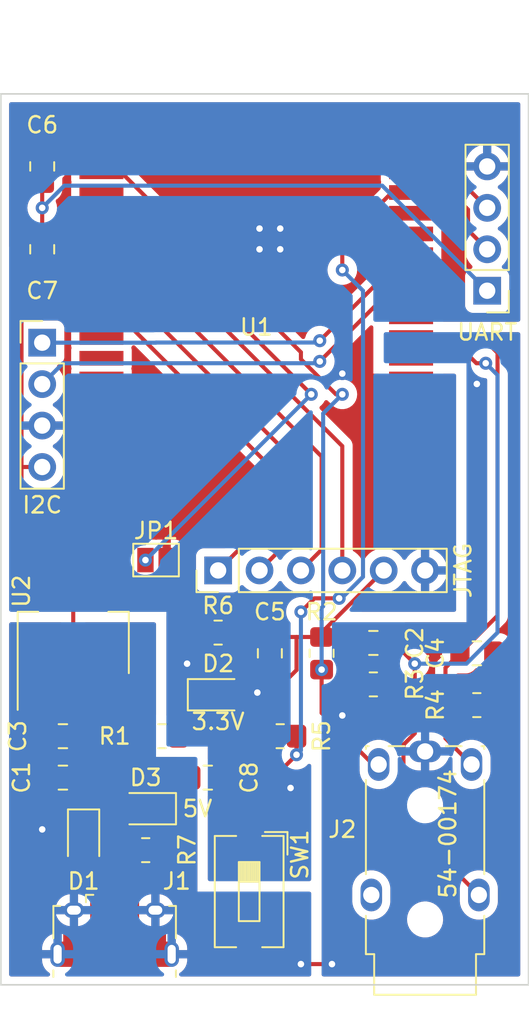
<source format=kicad_pcb>
(kicad_pcb (version 20211014) (generator pcbnew)
  (layers (0 "F.Cu" signal) (31 "B.Cu" signal) (34 "B.Paste" user) (35 "F.Paste" user) (36 "B.SilkS" user "B.Silkscreen") (37 "F.SilkS" user "F.Silkscreen") (38 "B.Mask" user) (39 "F.Mask" user) (44 "Edge.Cuts" user))
  (net 0 "")
  (net 1 "GNDD")
  (net 2 "+3V3")
  (net 3 "HPOutL")
  (net 4 "HPOutR")
  (net 5 "Reset")
  (net 6 "VCC")
  (net 7 "Net-(D1-Pad2)")
  (net 8 "Net-(D3-Pad2)")
  (net 9 "Net-(D2-Pad2)")
  (net 10 "GND")
  (net 11 "IO15")
  (net 12 "IO13")
  (net 13 "IO12")
  (net 14 "IO14")
  (net 18 "HP_Detect")
  (net 19 "IO36")
  (net 20 "IO34")
  (net 21 "IO0")
  (net 22 "IO2")
  (net 23 "IO4")
  (net 36 "IO5")
  (net 37 "IO18")
  (net 38 "IO23")
  (net 39 "IO19")
  (net 40 "IO22")
  (net 41 "IO21")
  (net 42 "TX_Out")
  (net 43 "RX_In")
  (net 44 "Net-(C2-Pad1)")
  (net 45 "Net-(C4-Pad2)")
  (footprint "LED_SMD:LED_0805_2012Metric_Pad1.15x1.40mm_HandSolder" (layer "F.Cu") (at 88.9 80.645 180)
    (fp_text reference "D3" (at 0 1.905) (layer "F.SilkS"))
    (fp_text value "5V" (at -3.175 0) (layer "F.SilkS"))
    (fp_line (start -1.86 0.96) (end 1 0.96) (layer "F.SilkS") (width 0.12))
    (fp_line (start 1 -0.96) (end -1.86 -0.96) (layer "F.SilkS") (width 0.12))
    (fp_line (start -1.86 -0.96) (end -1.86 0.96) (layer "F.SilkS") (width 0.12))
    (pad "1" smd roundrect locked (at -1.025 0 180) (size 1.15 1.4) (layers "F.Cu" "F.Paste" "F.Mask") (roundrect_rratio 0.2173913043) (net 10 "GND"))
    (pad "2" smd roundrect locked (at 1.025 0 180) (size 1.15 1.4) (layers "F.Cu" "F.Paste" "F.Mask") (roundrect_rratio 0.2173913043) (net 8 "Net-(D3-Pad2)"))
  )
  (footprint "Diode_SMD:D_0805_2012Metric_Pad1.15x1.40mm_HandSolder" (layer "F.Cu") (at 85.09 82.55 -90)
    (fp_text reference "D1" (at 2.54 0) (layer "F.SilkS"))
    (fp_text value "1N5819")
    (fp_line (start -1.86 -0.96) (end -1.86 0.96) (layer "F.SilkS") (width 0.12))
    (fp_line (start -1.86 0.96) (end 1 0.96) (layer "F.SilkS") (width 0.12))
    (fp_line (start 1 -0.96) (end -1.86 -0.96) (layer "F.SilkS") (width 0.12))
    (pad "1" smd roundrect locked (at -1.025 0 270) (size 1.15 1.4) (layers "F.Cu" "F.Paste" "F.Mask") (roundrect_rratio 0.2173913043) (net 6 "VCC"))
    (pad "2" smd roundrect locked (at 1.025 0 270) (size 1.15 1.4) (layers "F.Cu" "F.Paste" "F.Mask") (roundrect_rratio 0.2173913043) (net 7 "Net-(D1-Pad2)"))
  )
  (footprint "footprints:54-00174" (layer "F.Cu") (at 106.045 83.185 180)
    (fp_text reference "J2" (at 5.08 1.27) (layer "F.SilkS"))
    (fp_text value "54-00174" (at -1.4 1 90) (layer "F.SilkS"))
    (fp_line (start -1.281755 6.3754) (end -2.236457 6.3754) (layer "F.SilkS") (width 0.12))
    (fp_line (start -3.6322 4.296747) (end -3.6322 -1.469758) (layer "F.SilkS") (width 0.12))
    (fp_line (start 3.6322 6.206153) (end 3.6322 6.3754) (layer "F.SilkS") (width 0.12))
    (fp_line (start -3.1242 -8.8646) (end 3.1242 -8.8646) (layer "F.SilkS") (width 0.12))
    (fp_line (start 2.236457 6.3754) (end 1.281755 6.3754) (layer "F.SilkS") (width 0.12))
    (fp_line (start 3.6322 -1.469758) (end 3.6322 4.296747) (layer "F.SilkS") (width 0.12))
    (fp_line (start -3.6322 -4.02704) (end -3.6322 -6.3754) (layer "F.SilkS") (width 0.12))
    (fp_line (start 3.6322 6.3754) (end 3.463303 6.3754) (layer "F.SilkS") (width 0.12))
    (fp_line (start 3.1242 -8.8646) (end 3.1242 -6.3754) (layer "F.SilkS") (width 0.12))
    (fp_line (start -3.6322 -6.3754) (end -3.1242 -6.3754) (layer "F.SilkS") (width 0.12))
    (fp_line (start -3.463303 6.3754) (end -3.6322 6.3754) (layer "F.SilkS") (width 0.12))
    (fp_line (start 3.6322 -6.3754) (end 3.6322 -4.02704) (layer "F.SilkS") (width 0.12))
    (fp_line (start -3.6322 6.3754) (end -3.6322 6.206153) (layer "F.SilkS") (width 0.12))
    (fp_line (start -3.1242 -6.3754) (end -3.1242 -8.8646) (layer "F.SilkS") (width 0.12))
    (fp_line (start 3.1242 -6.3754) (end 3.6322 -6.3754) (layer "F.SilkS") (width 0.12))
    (pad "" np_thru_hole circle (at 0 -4.24815 180) (size 1.1938 1.1938) (drill 1.1938) (layers *.Cu *.Mask))
    (pad "" np_thru_hole circle (at 0 2.75082 180) (size 1.1938 1.1938) (drill 1.1938) (layers *.Cu *.Mask))
    (pad "1" thru_hole oval (at 0 6.05155 180) (size 2.0066 1.3208) (drill 1) (layers *.Cu *.Mask) (net 10 "GND"))
    (pad "2" thru_hole oval (at 2.84988 5.25145 180) (size 1.3208 2.0066) (drill 1) (layers *.Cu *.Mask) (net 18 "HP_Detect"))
    (pad "3" thru_hole oval (at -2.84988 5.25145 180) (size 1.3208 2.0066) (drill 1) (layers *.Cu *.Mask) (net 4 "HPOutR"))
    (pad "4" thru_hole oval (at -3.29946 -2.748399 180) (size 1.3208 2.0066) (drill 1) (layers *.Cu *.Mask) (net 3 "HPOutL"))
    (pad "5" thru_hole oval (at 3.29946 -2.748399 180) (size 1.3208 2.0066) (drill 1) (layers *.Cu *.Mask))
  )
  (footprint "Button_Switch_SMD:SW_DIP_SPSTx01_Slide_6.7x4.1mm_W6.73mm_P2.54mm_LowProfile_JPin" (layer "F.Cu") (at 95.25 85.725 -90)
    (fp_text reference "SW1" (at -2.267 -3.11 90) (layer "F.SilkS"))
    (fp_text value "RESET")
    (fp_line (start 3.41 0.8) (end 3.41 2.11) (layer "F.SilkS") (width 0.12))
    (fp_line (start -1.81 -0.515) (end -0.603333 -0.515) (layer "F.SilkS") (width 0.12))
    (fp_line (start -1.81 0.325) (end -0.603333 0.325) (layer "F.SilkS") (width 0.12))
    (fp_line (start -1.81 0.565) (end -0.603333 0.565) (layer "F.SilkS") (width 0.12))
    (fp_line (start -0.603333 -0.635) (end -0.603333 0.635) (layer "F.SilkS") (width 0.12))
    (fp_line (start -3.41 -2.11) (end 3.41 -2.11) (layer "F.SilkS") (width 0.12))
    (fp_line (start -1.81 0.205) (end -0.603333 0.205) (layer "F.SilkS") (width 0.12))
    (fp_line (start -3.65 -2.35) (end -3.65 -0.967) (layer "F.SilkS") (width 0.12))
    (fp_line (start 3.41 -2.11) (end 3.41 -0.8) (layer "F.SilkS") (width 0.12))
    (fp_line (start -1.81 -0.275) (end -0.603333 -0.275) (layer "F.SilkS") (width 0.12))
    (fp_line (start -1.81 -0.035) (end -0.603333 -0.035) (layer "F.SilkS") (width 0.12))
    (fp_line (start -1.81 0.635) (end 1.81 0.635) (layer "F.SilkS") (width 0.12))
    (fp_line (start -1.81 -0.395) (end -0.603333 -0.395) (layer "F.SilkS") (width 0.12))
    (fp_line (start -3.41 2.11) (end 3.41 2.11) (layer "F.SilkS") (width 0.12))
    (fp_line (start -3.65 -2.35) (end -2.267 -2.35) (layer "F.SilkS") (width 0.12))
    (fp_line (start -1.81 0.085) (end -0.603333 0.085) (layer "F.SilkS") (width 0.12))
    (fp_line (start -1.81 -0.635) (end -1.81 0.635) (layer "F.SilkS") (width 0.12))
    (fp_line (start -3.41 0.8) (end -3.41 2.11) (layer "F.SilkS") (width 0.12))
    (fp_line (start 1.81 -0.635) (end -1.81 -0.635) (layer "F.SilkS") (width 0.12))
    (fp_line (start -1.81 0.445) (end -0.603333 0.445) (layer "F.SilkS") (width 0.12))
    (fp_line (start 1.81 0.635) (end 1.81 -0.635) (layer "F.SilkS") (width 0.12))
    (fp_line (start -1.81 -0.155) (end -0.603333 -0.155) (layer "F.SilkS") (width 0.12))
    (fp_line (start -3.41 -2.11) (end -3.41 -0.8) (layer "F.SilkS") (width 0.12))
    (pad "1" smd rect locked (at -3.365 0 270) (size 2.16 1.12) (layers "F.Cu" "F.Paste" "F.Mask") (net 5 "Reset"))
    (pad "2" smd rect locked (at 3.365 0 270) (size 2.16 1.12) (layers "F.Cu" "F.Paste" "F.Mask") (net 10 "GND"))
  )
  (footprint "Capacitor_SMD:C_0805_2012Metric_Pad1.18x1.45mm_HandSolder" (layer "F.Cu") (at 82.55 41.275 90)
    (fp_text reference "C6" (at 2.54 0) (layer "F.SilkS"))
    (fp_text value "10uF")
    (fp_line (start -0.261252 0.735) (end 0.261252 0.735) (layer "F.SilkS") (width 0.12))
    (fp_line (start -0.261252 -0.735) (end 0.261252 -0.735) (layer "F.SilkS") (width 0.12))
    (pad "1" smd roundrect locked (at -1.0375 0 90) (size 1.175 1.45) (layers "F.Cu" "F.Paste" "F.Mask") (roundrect_rratio 0.2127659574) (net 2 "+3V3"))
    (pad "2" smd roundrect locked (at 1.0375 0 90) (size 1.175 1.45) (layers "F.Cu" "F.Paste" "F.Mask") (roundrect_rratio 0.2127659574) (net 1 "GNDD"))
  )
  (footprint "Resistor_SMD:R_0805_2012Metric_Pad1.20x1.40mm_HandSolder" (layer "F.Cu") (at 102.87 73.025 180)
    (fp_text reference "R3" (at -2.54 0 90) (layer "F.SilkS"))
    (fp_text value "22R")
    (fp_line (start -0.227064 0.735) (end 0.227064 0.735) (layer "F.SilkS") (width 0.12))
    (fp_line (start -0.227064 -0.735) (end 0.227064 -0.735) (layer "F.SilkS") (width 0.12))
    (pad "1" smd roundrect locked (at -1 0 180) (size 1.2 1.4) (layers "F.Cu" "F.Paste" "F.Mask") (roundrect_rratio 0.2083333333) (net 10 "GND"))
    (pad "2" smd roundrect locked (at 1 0 180) (size 1.2 1.4) (layers "F.Cu" "F.Paste" "F.Mask") (roundrect_rratio 0.2083333333) (net 44 "Net-(C2-Pad1)"))
  )
  (footprint "Resistor_SMD:R_0805_2012Metric_Pad1.20x1.40mm_HandSolder" (layer "F.Cu") (at 89.9 76.2 180)
    (fp_text reference "R1" (at 2.905 0) (layer "F.SilkS"))
    (fp_text value "0R")
    (fp_line (start -0.227064 -0.735) (end 0.227064 -0.735) (layer "F.SilkS") (width 0.12))
    (fp_line (start -0.227064 0.735) (end 0.227064 0.735) (layer "F.SilkS") (width 0.12))
    (pad "1" smd roundrect locked (at -1 0 180) (size 1.2 1.4) (layers "F.Cu" "F.Paste" "F.Mask") (roundrect_rratio 0.2083333333) (net 1 "GNDD"))
    (pad "2" smd roundrect locked (at 1 0 180) (size 1.2 1.4) (layers "F.Cu" "F.Paste" "F.Mask") (roundrect_rratio 0.2083333333) (net 10 "GND"))
  )
  (footprint "Capacitor_SMD:C_0805_2012Metric_Pad1.18x1.45mm_HandSolder" (layer "F.Cu") (at 109.22 71.12)
    (fp_text reference "C4" (at -2.54 0 90) (layer "F.SilkS"))
    (fp_text value ".1uF")
    (fp_line (start -0.261252 0.735) (end 0.261252 0.735) (layer "F.SilkS") (width 0.12))
    (fp_line (start -0.261252 -0.735) (end 0.261252 -0.735) (layer "F.SilkS") (width 0.12))
    (pad "1" smd roundrect locked (at -1.0375 0) (size 1.175 1.45) (layers "F.Cu" "F.Paste" "F.Mask") (roundrect_rratio 0.2127659574) (net 4 "HPOutR"))
    (pad "2" smd roundrect locked (at 1.0375 0) (size 1.175 1.45) (layers "F.Cu" "F.Paste" "F.Mask") (roundrect_rratio 0.2127659574) (net 45 "Net-(C4-Pad2)"))
  )
  (footprint "ESP32-A1S:ESP32-A1S" (layer "F.Cu") (at 86.385 63.125)
    (fp_text reference "U1" (at 9.3 -11.995) (layer "F.SilkS"))
    (fp_text value "ESP32-A1S")
    (pad "1" smd rect (at -0.2 -24.06) (size 2.7 0.9) (layers "F.Cu" "F.Paste" "F.Mask") (net 1 "GNDD"))
    (pad "2" smd rect (at -0.2 -22.79 270) (size 0.9 2.7) (layers "F.Cu" "F.Paste" "F.Mask") (net 2 "+3V3"))
    (pad "3" smd rect (at -0.2 -21.52 270) (size 0.9 2.7) (layers "F.Cu" "F.Paste" "F.Mask") (net 18 "HP_Detect"))
    (pad "4" smd rect (at -0.2 -20.25 270) (size 0.9 2.7) (layers "F.Cu" "F.Paste" "F.Mask") (net 19 "IO36"))
    (pad "5" smd rect (at -0.2 -18.98 270) (size 0.9 2.7) (layers "F.Cu" "F.Paste" "F.Mask") (net 20 "IO34"))
    (pad "6" smd rect (at -0.2 -17.71 270) (size 0.9 2.7) (layers "F.Cu" "F.Paste" "F.Mask") (net 21 "IO0"))
    (pad "7" smd rect (at -0.2 -16.44 270) (size 0.9 2.7) (layers "F.Cu" "F.Paste" "F.Mask") (net 14 "IO14"))
    (pad "8" smd rect (at -0.2 -15.17 270) (size 0.9 2.7) (layers "F.Cu" "F.Paste" "F.Mask") (net 13 "IO12"))
    (pad "9" smd rect (at -0.2 -13.9 270) (size 0.9 2.7) (layers "F.Cu" "F.Paste" "F.Mask") (net 12 "IO13"))
    (pad "10" smd rect (at -0.2 -12.63 270) (size 0.9 2.7) (layers "F.Cu" "F.Paste" "F.Mask") (net 11 "IO15"))
    (pad "11" smd rect (at -0.2 -11.36 270) (size 0.9 2.7) (layers "F.Cu" "F.Paste" "F.Mask") (net 22 "IO2"))
    (pad "12" smd rect (at -0.2 -10.09 270) (size 0.9 2.7) (layers "F.Cu" "F.Paste" "F.Mask") (net 23 "IO4"))
    (pad "13" smd rect (at -0.2 -8.82 270) (size 0.9 2.7) (layers "F.Cu" "F.Paste" "F.Mask"))
    (pad "14" smd rect (at -0.2 -7.55 270) (size 0.9 2.7) (layers "F.Cu" "F.Paste" "F.Mask"))
    (pad "15" smd rect (at -0.2 -6.28 270) (size 0.9 2.7) (layers "F.Cu" "F.Paste" "F.Mask"))
    (pad "16" smd rect (at -0.2 -5.01 270) (size 0.9 2.7) (layers "F.Cu" "F.Paste" "F.Mask"))
    (pad "17" smd rect (at -0.2 -3.74 270) (size 0.9 2.7) (layers "F.Cu" "F.Paste" "F.Mask"))
    (pad "18" smd rect (at -0.2 -2.47 270) (size 0.9 2.7) (layers "F.Cu" "F.Paste" "F.Mask"))
    (pad "19" smd rect (at -0.2 -1.2 270) (size 0.9 2.7) (layers "F.Cu" "F.Paste" "F.Mask") (net 1 "GNDD"))
    (pad "20" smd rect (at 18.8 -1.2 270) (size 0.9 2.7) (layers "F.Cu" "F.Paste" "F.Mask") (net 1 "GNDD"))
    (pad "21" smd rect (at 18.8 -2.47 270) (size 0.9 2.7) (layers "F.Cu" "F.Paste" "F.Mask"))
    (pad "22" smd rect (at 18.8 -3.74 270) (size 0.9 2.7) (layers "F.Cu" "F.Paste" "F.Mask"))
    (pad "23" smd rect (at 18.8 -5.01 270) (size 0.9 2.7) (layers "F.Cu" "F.Paste" "F.Mask"))
    (pad "24" smd rect (at 18.8 -6.28 270) (size 0.9 2.7) (layers "F.Cu" "F.Paste" "F.Mask"))
    (pad "25" smd rect (at 18.8 -7.55 270) (size 0.9 2.7) (layers "F.Cu" "F.Paste" "F.Mask"))
    (pad "26" smd rect (at 18.8 -8.82 270) (size 0.9 2.7) (layers "F.Cu" "F.Paste" "F.Mask"))
    (pad "27" smd rect (at 18.8 -10.09 270) (size 0.9 2.7) (layers "F.Cu" "F.Paste" "F.Mask") (net 3 "HPOutL"))
    (pad "28" smd rect (at 18.8 -11.36 270) (size 0.9 2.7) (layers "F.Cu" "F.Paste" "F.Mask") (net 4 "HPOutR"))
    (pad "29" smd rect (at 18.8 -12.63 270) (size 0.9 2.7) (layers "F.Cu" "F.Paste" "F.Mask") (net 36 "IO5"))
    (pad "30" smd rect (at 18.8 -13.9 270) (size 0.9 2.7) (layers "F.Cu" "F.Paste" "F.Mask") (net 37 "IO18"))
    (pad "31" smd rect (at 18.8 -15.17 270) (size 0.9 2.7) (layers "F.Cu" "F.Paste" "F.Mask") (net 38 "IO23"))
    (pad "32" smd rect (at 18.8 -16.44 270) (size 0.9 2.7) (layers "F.Cu" "F.Paste" "F.Mask") (net 39 "IO19"))
    (pad "33" smd rect (at 18.8 -17.71 270) (size 0.9 2.7) (layers "F.Cu" "F.Paste" "F.Mask") (net 40 "IO22"))
    (pad "34" smd rect (at 18.8 -18.98 270) (size 0.9 2.7) (layers "F.Cu" "F.Paste" "F.Mask") (net 41 "IO21"))
    (pad "35" smd rect (at 18.8 -20.25 270) (size 0.9 2.7) (layers "F.Cu" "F.Paste" "F.Mask") (net 5 "Reset"))
    (pad "36" smd rect (at 18.8 -21.52 270) (size 0.9 2.7) (layers "F.Cu" "F.Paste" "F.Mask") (net 42 "TX_Out"))
    (pad "37" smd rect (at 18.8 -22.79 270) (size 0.9 2.7) (layers "F.Cu" "F.Paste" "F.Mask") (net 43 "RX_In"))
    (pad "38" smd rect (at 18.8 -24.06) (size 2.7 0.9) (layers "F.Cu" "F.Paste" "F.Mask") (net 1 "GNDD"))
    (pad "39" smd rect (at 10.2 -17.1) (size 3.6 3.6) (property pad_prop_heatsink) (layers "F.Cu" "F.Paste" "F.Mask") (net 1 "GNDD"))
  )
  (footprint "Connector_PinHeader_2.54mm:PinHeader_1x04_P2.54mm_Vertical" (layer "F.Cu") (at 109.855 48.895 180)
    (fp_text reference "J3" hide)
    (fp_text value "UART" (at 0 -2.54) (layer "F.SilkS"))
    (fp_line (start -1.33 1.27) (end -1.33 8.95) (layer "F.SilkS") (width 0.12))
    (fp_line (start -1.33 8.95) (end 1.33 8.95) (layer "F.SilkS") (width 0.12))
    (fp_line (start -1.33 0) (end -1.33 -1.33) (layer "F.SilkS") (width 0.12))
    (fp_line (start 1.33 1.27) (end 1.33 8.95) (layer "F.SilkS") (width 0.12))
    (fp_line (start -1.33 -1.33) (end 0 -1.33) (layer "F.SilkS") (width 0.12))
    (fp_line (start -1.33 1.27) (end 1.33 1.27) (layer "F.SilkS") (width 0.12))
    (pad "1" thru_hole rect locked (at 0 0 180) (size 1.7 1.7) (drill 1) (layers *.Cu *.Mask) (net 2 "+3V3"))
    (pad "2" thru_hole oval locked (at 0 2.54 180) (size 1.7 1.7) (drill 1) (layers *.Cu *.Mask) (net 42 "TX_Out"))
    (pad "3" thru_hole oval locked (at 0 5.08 180) (size 1.7 1.7) (drill 1) (layers *.Cu *.Mask) (net 43 "RX_In"))
    (pad "4" thru_hole oval locked (at 0 7.62 180) (size 1.7 1.7) (drill 1) (layers *.Cu *.Mask) (net 1 "GNDD"))
  )
  (footprint "Resistor_SMD:R_0805_2012Metric_Pad1.20x1.40mm_HandSolder" (layer "F.Cu") (at 97.155 76.2 180)
    (fp_text reference "R5" (at -2.54 0 90) (layer "F.SilkS"))
    (fp_text value "10K")
    (fp_line (start -0.227064 -0.735) (end 0.227064 -0.735) (layer "F.SilkS") (width 0.12))
    (fp_line (start -0.227064 0.735) (end 0.227064 0.735) (layer "F.SilkS") (width 0.12))
    (pad "1" smd roundrect locked (at -1 0 180) (size 1.2 1.4) (layers "F.Cu" "F.Paste" "F.Mask") (roundrect_rratio 0.2083333333) (net 5 "Reset"))
    (pad "2" smd roundrect locked (at 1 0 180) (size 1.2 1.4) (layers "F.Cu" "F.Paste" "F.Mask") (roundrect_rratio 0.2083333333) (net 2 "+3V3"))
  )
  (footprint "Capacitor_SMD:C_0805_2012Metric_Pad1.18x1.45mm_HandSolder" (layer "F.Cu") (at 96.52 71.12 -90)
    (fp_text reference "C5" (at -2.54 0) (layer "F.SilkS"))
    (fp_text value ".1uF")
    (fp_line (start -0.261252 -0.735) (end 0.261252 -0.735) (layer "F.SilkS") (width 0.12))
    (fp_line (start -0.261252 0.735) (end 0.261252 0.735) (layer "F.SilkS") (width 0.12))
    (pad "1" smd roundrect locked (at -1.0375 0 270) (size 1.175 1.45) (layers "F.Cu" "F.Paste" "F.Mask") (roundrect_rratio 0.2127659574) (net 2 "+3V3"))
    (pad "2" smd roundrect locked (at 1.0375 0 270) (size 1.175 1.45) (layers "F.Cu" "F.Paste" "F.Mask") (roundrect_rratio 0.2127659574) (net 1 "GNDD"))
  )
  (footprint "Capacitor_SMD:C_0805_2012Metric_Pad1.18x1.45mm_HandSolder" (layer "F.Cu") (at 83.82 76.2)
    (fp_text reference "C3" (at -2.7725 0 90) (layer "F.SilkS"))
    (fp_text value "10uF")
    (fp_line (start -0.261252 -0.735) (end 0.261252 -0.735) (layer "F.SilkS") (width 0.12))
    (fp_line (start -0.261252 0.735) (end 0.261252 0.735) (layer "F.SilkS") (width 0.12))
    (pad "1" smd roundrect locked (at -1.0375 0) (size 1.175 1.45) (layers "F.Cu" "F.Paste" "F.Mask") (roundrect_rratio 0.2127659574) (net 10 "GND"))
    (pad "2" smd roundrect locked (at 1.0375 0) (size 1.175 1.45) (layers "F.Cu" "F.Paste" "F.Mask") (roundrect_rratio 0.2127659574) (net 6 "VCC"))
  )
  (footprint "Capacitor_SMD:C_0805_2012Metric_Pad1.18x1.45mm_HandSolder" (layer "F.Cu") (at 82.55 46.355 -90)
    (fp_text reference "C7" (at 2.54 0) (layer "F.SilkS"))
    (fp_text value ".1uF")
    (fp_line (start -0.261252 0.735) (end 0.261252 0.735) (layer "F.SilkS") (width 0.12))
    (fp_line (start -0.261252 -0.735) (end 0.261252 -0.735) (layer "F.SilkS") (width 0.12))
    (pad "1" smd roundrect locked (at -1.0375 0 270) (size 1.175 1.45) (layers "F.Cu" "F.Paste" "F.Mask") (roundrect_rratio 0.2127659574) (net 2 "+3V3"))
    (pad "2" smd roundrect locked (at 1.0375 0 270) (size 1.175 1.45) (layers "F.Cu" "F.Paste" "F.Mask") (roundrect_rratio 0.2127659574) (net 1 "GNDD"))
  )
  (footprint "Jumper:SolderJumper-2_P1.3mm_Open_Pad1.0x1.5mm" (layer "F.Cu") (at 89.535 65.405)
    (fp_text reference "JP1" (at 0 -1.8) (layer "F.SilkS"))
    (fp_text value "BOOT")
    (fp_line (start 1.4 1) (end -1.4 1) (layer "F.SilkS") (width 0.12))
    (fp_line (start 1.4 -1) (end 1.4 1) (layer "F.SilkS") (width 0.12))
    (fp_line (start -1.4 -1) (end 1.4 -1) (layer "F.SilkS") (width 0.12))
    (fp_line (start -1.4 1) (end -1.4 -1) (layer "F.SilkS") (width 0.12))
    (pad "1" smd rect locked (at -0.65 0) (size 1 1.5) (layers "F.Cu" "F.Mask") (net 21 "IO0"))
    (pad "2" smd rect locked (at 0.65 0) (size 1 1.5) (layers "F.Cu" "F.Mask") (net 1 "GNDD"))
  )
  (footprint "Connector_USB:USB_Micro-B_Amphenol_10118194_Horizontal" (layer "F.Cu") (at 86.995 88.265)
    (fp_text reference "J1" (at 3.81 -3.175) (layer "F.SilkS"))
    (fp_text value "USB_B_Micro")
    (fp_line (start 3.76 -1.66) (end 3.34 -1.66) (layer "F.SilkS") (width 0.12))
    (fp_line (start -1.76 -1.89) (end -1.76 -2.34) (layer "F.SilkS") (width 0.12))
    (fp_line (start -3.76 -1.66) (end -3.34 -1.66) (layer "F.SilkS") (width 0.12))
    (fp_line (start -3.76 0.32) (end -3.76 -1.66) (layer "F.SilkS") (width 0.12))
    (fp_line (start 3.76 2.29) (end 3.76 2.69) (layer "F.SilkS") (width 0.12))
    (fp_line (start 3.76 0.32) (end 3.76 -1.66) (layer "F.SilkS") (width 0.12))
    (fp_line (start -3.76 2.69) (end -3.76 2.29) (layer "F.SilkS") (width 0.12))
    (fp_line (start -1.31 -2.34) (end -1.76 -2.34) (layer "F.SilkS") (width 0.12))
    (pad "1" smd rect locked (at -1.3 -1.4) (size 0.4 1.35) (layers "F.Cu" "F.Paste" "F.Mask") (net 7 "Net-(D1-Pad2)"))
    (pad "2" smd rect locked (at -0.65 -1.4) (size 0.4 1.35) (layers "F.Cu" "F.Paste" "F.Mask"))
    (pad "3" smd rect locked (at 0 -1.4) (size 0.4 1.35) (layers "F.Cu" "F.Paste" "F.Mask"))
    (pad "4" smd rect locked (at 0.65 -1.4) (size 0.4 1.35) (layers "F.Cu" "F.Paste" "F.Mask"))
    (pad "5" smd rect locked (at 1.3 -1.4) (size 0.4 1.35) (layers "F.Cu" "F.Paste" "F.Mask") (net 10 "GND"))
    (pad "6" thru_hole oval locked (at -2.5 -1.4) (size 1.25 0.95) (drill oval 0.85 0.55) (layers *.Cu *.Mask) (net 10 "GND"))
    (pad "6" smd rect locked (at 2.9 1.3) (size 1.2 1.55) (layers "F.Cu" "F.Paste" "F.Mask") (net 10 "GND"))
    (pad "6" thru_hole oval locked (at -3.5 1.3) (size 0.89 1.55) (drill oval 0.5 1.15) (layers *.Cu *.Mask) (net 10 "GND"))
    (pad "6" thru_hole oval locked (at 3.5 1.3) (size 0.89 1.55) (drill oval 0.5 1.15) (layers *.Cu *.Mask) (net 10 "GND"))
    (pad "6" thru_hole oval locked (at 2.5 -1.4) (size 1.25 0.95) (drill oval 0.85 0.55) (layers *.Cu *.Mask) (net 10 "GND"))
    (pad "6" smd rect locked (at 1 1.3) (size 1.5 1.55) (layers "F.Cu" "F.Paste" "F.Mask") (net 10 "GND"))
    (pad "6" smd rect locked (at -1 1.3) (size 1.5 1.55) (layers "F.Cu" "F.Paste" "F.Mask") (net 10 "GND"))
    (pad "6" smd rect locked (at -2.9 1.3) (size 1.2 1.55) (layers "F.Cu" "F.Paste" "F.Mask") (net 10 "GND"))
  )
  (footprint "Resistor_SMD:R_0805_2012Metric_Pad1.20x1.40mm_HandSolder" (layer "F.Cu") (at 99.695 71.12 -90)
    (fp_text reference "R2" (at -2.54 0) (layer "F.SilkS"))
    (fp_text value "100K")
    (fp_line (start -0.227064 0.735) (end 0.227064 0.735) (layer "F.SilkS") (width 0.12))
    (fp_line (start -0.227064 -0.735) (end 0.227064 -0.735) (layer "F.SilkS") (width 0.12))
    (pad "1" smd roundrect locked (at -1 0 270) (size 1.2 1.4) (layers "F.Cu" "F.Paste" "F.Mask") (roundrect_rratio 0.2083333333) (net 2 "+3V3"))
    (pad "2" smd roundrect locked (at 1 0 270) (size 1.2 1.4) (layers "F.Cu" "F.Paste" "F.Mask") (roundrect_rratio 0.2083333333) (net 18 "HP_Detect"))
  )
  (footprint "Capacitor_SMD:C_0805_2012Metric_Pad1.18x1.45mm_HandSolder" (layer "F.Cu") (at 83.82 78.74)
    (fp_text reference "C1" (at -2.54 0 90) (layer "F.SilkS"))
    (fp_text value ".1uF")
    (fp_line (start -0.261252 0.735) (end 0.261252 0.735) (layer "F.SilkS") (width 0.12))
    (fp_line (start -0.261252 -0.735) (end 0.261252 -0.735) (layer "F.SilkS") (width 0.12))
    (pad "1" smd roundrect locked (at -1.0375 0) (size 1.175 1.45) (layers "F.Cu" "F.Paste" "F.Mask") (roundrect_rratio 0.2127659574) (net 10 "GND"))
    (pad "2" smd roundrect locked (at 1.0375 0) (size 1.175 1.45) (layers "F.Cu" "F.Paste" "F.Mask") (roundrect_rratio 0.2127659574) (net 6 "VCC"))
  )
  (footprint "LED_SMD:LED_0805_2012Metric_Pad1.15x1.40mm_HandSolder" (layer "F.Cu") (at 93.345 73.66)
    (fp_text reference "D2" (at 0 -1.905) (layer "F.SilkS"))
    (fp_text value "3.3V" (at 0 1.65) (layer "F.SilkS"))
    (fp_line (start 1 -0.96) (end -1.86 -0.96) (layer "F.SilkS") (width 0.12))
    (fp_line (start -1.86 -0.96) (end -1.86 0.96) (layer "F.SilkS") (width 0.12))
    (fp_line (start -1.86 0.96) (end 1 0.96) (layer "F.SilkS") (width 0.12))
    (pad "1" smd roundrect locked (at -1.025 0) (size 1.15 1.4) (layers "F.Cu" "F.Paste" "F.Mask") (roundrect_rratio 0.2173913043) (net 1 "GNDD"))
    (pad "2" smd roundrect locked (at 1.025 0) (size 1.15 1.4) (layers "F.Cu" "F.Paste" "F.Mask") (roundrect_rratio 0.2173913043) (net 9 "Net-(D2-Pad2)"))
  )
  (footprint "Resistor_SMD:R_0805_2012Metric_Pad1.20x1.40mm_HandSolder" (layer "F.Cu") (at 109.22 74.295 180)
    (fp_text reference "R4" (at 2.54 0 90) (layer "F.SilkS"))
    (fp_text value "22R")
    (fp_line (start -0.227064 -0.735) (end 0.227064 -0.735) (layer "F.SilkS") (width 0.12))
    (fp_line (start -0.227064 0.735) (end 0.227064 0.735) (layer "F.SilkS") (width 0.12))
    (pad "1" smd roundrect locked (at -1 0 180) (size 1.2 1.4) (layers "F.Cu" "F.Paste" "F.Mask") (roundrect_rratio 0.2083333333) (net 45 "Net-(C4-Pad2)"))
    (pad "2" smd roundrect locked (at 1 0 180) (size 1.2 1.4) (layers "F.Cu" "F.Paste" "F.Mask") (roundrect_rratio 0.2083333333) (net 10 "GND"))
  )
  (footprint "Capacitor_SMD:C_0805_2012Metric_Pad1.18x1.45mm_HandSolder" (layer "F.Cu") (at 102.87 70.485)
    (fp_text reference "C2" (at 2.54 0 90) (layer "F.SilkS"))
    (fp_text value ".1uF")
    (fp_line (start -0.261252 0.735) (end 0.261252 0.735) (layer "F.SilkS") (width 0.12))
    (fp_line (start -0.261252 -0.735) (end 0.261252 -0.735) (layer "F.SilkS") (width 0.12))
    (pad "1" smd roundrect locked (at -1.0375 0) (size 1.175 1.45) (layers "F.Cu" "F.Paste" "F.Mask") (roundrect_rratio 0.2127659574) (net 44 "Net-(C2-Pad1)"))
    (pad "2" smd roundrect locked (at 1.0375 0) (size 1.175 1.45) (layers "F.Cu" "F.Paste" "F.Mask") (roundrect_rratio 0.2127659574) (net 3 "HPOutL"))
  )
  (footprint "Capacitor_SMD:C_0805_2012Metric_Pad1.18x1.45mm_HandSolder" (layer "F.Cu") (at 92.71 78.74)
    (fp_text reference "C8" (at 2.54 0 90) (layer "F.SilkS"))
    (fp_text value "1uF")
    (fp_line (start -0.261252 -0.735) (end 0.261252 -0.735) (layer "F.SilkS") (width 0.12))
    (fp_line (start -0.261252 0.735) (end 0.261252 0.735) (layer "F.SilkS") (width 0.12))
    (pad "1" smd roundrect locked (at -1.0375 0) (size 1.175 1.45) (layers "F.Cu" "F.Paste" "F.Mask") (roundrect_rratio 0.2127659574) (net 10 "GND"))
    (pad "2" smd roundrect locked (at 1.0375 0) (size 1.175 1.45) (layers "F.Cu" "F.Paste" "F.Mask") (roundrect_rratio 0.2127659574) (net 5 "Reset"))
  )
  (footprint "Package_TO_SOT_SMD:SOT-223-3_TabPin2" (layer "F.Cu") (at 84.455 70.485 90)
    (fp_text reference "U2" (at 3.175 -3.175 90) (layer "F.SilkS"))
    (fp_text value "AP1117-33")
    (fp_line (start 1.91 3.41) (end 1.91 2.15) (layer "F.SilkS") (width 0.12))
    (fp_line (start -1.85 3.41) (end 1.91 3.41) (layer "F.SilkS") (width 0.12))
    (fp_line (start 1.91 -3.41) (end 1.91 -2.15) (layer "F.SilkS") (width 0.12))
    (fp_line (start -4.1 -3.41) (end 1.91 -3.41) (layer "F.SilkS") (width 0.12))
    (pad "1" smd rect locked (at -3.15 -2.3 90) (size 2 1.5) (layers "F.Cu" "F.Paste" "F.Mask") (net 10 "GND"))
    (pad "2" smd rect locked (at -3.15 0 90) (size 2 1.5) (layers "F.Cu" "F.Paste" "F.Mask") (net 2 "+3V3"))
    (pad "2" smd rect locked (at 3.15 0 90) (size 2 3.8) (layers "F.Cu" "F.Paste" "F.Mask") (net 2 "+3V3"))
    (pad "3" smd rect locked (at -3.15 2.3 90) (size 2 1.5) (layers "F.Cu" "F.Paste" "F.Mask") (net 6 "VCC"))
  )
  (footprint "Connector_PinHeader_2.54mm:PinHeader_1x06_P2.54mm_Vertical" (layer "F.Cu") (at 93.345 66.04 90)
    (fp_text reference "J4" hide)
    (fp_text value "JTAG" (at 0 15.03 90) (layer "F.SilkS"))
    (fp_line (start 1.33 1.27) (end 1.33 14.03) (layer "F.SilkS") (width 0.12))
    (fp_line (start -1.33 1.27) (end -1.33 14.03) (layer "F.SilkS") (width 0.12))
    (fp_line (start -1.33 14.03) (end 1.33 14.03) (layer "F.SilkS") (width 0.12))
    (fp_line (start -1.33 1.27) (end 1.33 1.27) (layer "F.SilkS") (width 0.12))
    (fp_line (start -1.33 -1.33) (end 0 -1.33) (layer "F.SilkS") (width 0.12))
    (fp_line (start -1.33 0) (end -1.33 -1.33) (layer "F.SilkS") (width 0.12))
    (pad "1" thru_hole rect locked (at 0 0 90) (size 1.7 1.7) (drill 1) (layers *.Cu *.Mask) (net 11 "IO15"))
    (pad "2" thru_hole oval locked (at 0 2.54 90) (size 1.7 1.7) (drill 1) (layers *.Cu *.Mask) (net 12 "IO13"))
    (pad "3" thru_hole oval locked (at 0 5.08 90) (size 1.7 1.7) (drill 1) (layers *.Cu *.Mask) (net 13 "IO12"))
    (pad "4" thru_hole oval locked (at 0 7.62 90) (size 1.7 1.7) (drill 1) (layers *.Cu *.Mask) (net 14 "IO14"))
    (pad "5" thru_hole oval locked (at 0 10.16 90) (size 1.7 1.7) (drill 1) (layers *.Cu *.Mask) (net 2 "+3V3"))
    (pad "6" thru_hole oval locked (at 0 12.7 90) (size 1.7 1.7) (drill 1) (layers *.Cu *.Mask) (net 1 "GNDD"))
  )
  (footprint "Resistor_SMD:R_0805_2012Metric_Pad1.20x1.40mm_HandSolder" (layer "F.Cu") (at 93.345 69.85)
    (fp_text reference "R6" (at 0 -1.65) (layer "F.SilkS"))
    (fp_text value "2K")
    (fp_line (start -0.227064 -0.735) (end 0.227064 -0.735) (layer "F.SilkS") (width 0.12))
    (fp_line (start -0.227064 0.735) (end 0.227064 0.735) (layer "F.SilkS") (width 0.12))
    (pad "1" smd roundrect locked (at -1 0) (size 1.2 1.4) (layers "F.Cu" "F.Paste" "F.Mask") (roundrect_rratio 0.2083333333) (net 2 "+3V3"))
    (pad "2" smd roundrect locked (at 1 0) (size 1.2 1.4) (layers "F.Cu" "F.Paste" "F.Mask") (roundrect_rratio 0.2083333333) (net 9 "Net-(D2-Pad2)"))
  )
  (footprint "Resistor_SMD:R_0805_2012Metric_Pad1.20x1.40mm_HandSolder" (layer "F.Cu") (at 88.9 83.185)
    (fp_text reference "R7" (at 2.54 0 90) (layer "F.SilkS"))
    (fp_text value "10K")
    (fp_line (start -0.227064 -0.735) (end 0.227064 -0.735) (layer "F.SilkS") (width 0.12))
    (fp_line (start -0.227064 0.735) (end 0.227064 0.735) (layer "F.SilkS") (width 0.12))
    (pad "1" smd roundrect locked (at -1 0) (size 1.2 1.4) (layers "F.Cu" "F.Paste" "F.Mask") (roundrect_rratio 0.2083333333) (net 6 "VCC"))
    (pad "2" smd roundrect locked (at 1 0) (size 1.2 1.4) (layers "F.Cu" "F.Paste" "F.Mask") (roundrect_rratio 0.2083333333) (net 8 "Net-(D3-Pad2)"))
  )
  (footprint "Connector_PinHeader_2.54mm:PinHeader_1x04_P2.54mm_Vertical" (layer "F.Cu") (at 82.55 52.08)
    (fp_text reference "J5" hide)
    (fp_text value "I2C" (at 0 9.95) (layer "F.SilkS"))
    (fp_line (start -1.33 1.27) (end 1.33 1.27) (layer "F.SilkS") (width 0.12))
    (fp_line (start -1.33 0) (end -1.33 -1.33) (layer "F.SilkS") (width 0.12))
    (fp_line (start 1.33 1.27) (end 1.33 8.95) (layer "F.SilkS") (width 0.12))
    (fp_line (start -1.33 1.27) (end -1.33 8.95) (layer "F.SilkS") (width 0.12))
    (fp_line (start -1.33 8.95) (end 1.33 8.95) (layer "F.SilkS") (width 0.12))
    (fp_line (start -1.33 -1.33) (end 0 -1.33) (layer "F.SilkS") (width 0.12))
    (pad "1" thru_hole rect locked (at 0 0) (size 1.7 1.7) (drill 1) (layers *.Cu *.Mask) (net 38 "IO23"))
    (pad "2" thru_hole oval locked (at 0 2.54) (size 1.7 1.7) (drill 1) (layers *.Cu *.Mask) (net 37 "IO18"))
    (pad "3" thru_hole oval locked (at 0 5.08) (size 1.7 1.7) (drill 1) (layers *.Cu *.Mask) (net 1 "GNDD"))
    (pad "4" thru_hole oval locked (at 0 7.62) (size 1.7 1.7) (drill 1) (layers *.Cu *.Mask) (net 2 "+3V3"))
  )
  (gr_rect (start 112.395 91.44) (end 80.01 36.83) (layer "Edge.Cuts") (width 0.1) (fill none))
  (segment (start 96.52 72.757895) (end 95.751447 73.526448) (width 0.25) (layer "F.Cu") (net 1))
  (segment (start 96.52 72.1575) (end 96.52 72.757895) (width 0.25) (layer "F.Cu") (net 1))
  (via (at 95.751447 73.526448) (size 0.8) (drill 0.4) (layers "F.Cu" "B.Cu") (net 1))
  (via (at 100.965 53.975) (size 0.8) (drill 0.4) (layers "F.Cu" "B.Cu") (net 1))
  (via (at 97.155 46.355) (size 0.8) (drill 0.4) (layers "F.Cu" "B.Cu") (net 1))
  (via (at 91.44 71.755) (size 0.8) (drill 0.4) (layers "F.Cu" "B.Cu") (net 1))
  (via (at 95.885 45.085) (size 0.8) (drill 0.4) (layers "F.Cu" "B.Cu") (net 1))
  (via (at 95.885 46.355) (size 0.8) (drill 0.4) (layers "F.Cu" "B.Cu") (net 1))
  (via (at 97.79 79.375) (size 0.8) (drill 0.4) (layers "F.Cu" "B.Cu") (net 1))
  (via (at 97.155 45.085) (size 0.8) (drill 0.4) (layers "F.Cu" "B.Cu") (net 1))
  (segment (start 98.155 72.147493) (end 98.155 70.12) (width 0.25) (layer "F.Cu") (net 2))
  (segment (start 84.5275 40.335) (end 82.55 42.3125) (width 0.25) (layer "F.Cu") (net 2))
  (segment (start 92.345 69.85) (end 93.615 68.58) (width 0.25) (layer "F.Cu") (net 2))
  (segment (start 81.28 59.69) (end 81.28 46.5875) (width 0.25) (layer "F.Cu") (net 2))
  (segment (start 82.55 59.7) (end 81.29 59.7) (width 0.25) (layer "F.Cu") (net 2))
  (segment (start 84.455 73.635) (end 84.455 67.335) (width 0.25) (layer "F.Cu") (net 2))
  (segment (start 93.615 68.58) (end 95.0175 68.58) (width 0.25) (layer "F.Cu") (net 2))
  (segment (start 89.83 67.335) (end 92.345 69.85) (width 0.25) (layer "F.Cu") (net 2))
  (segment (start 81.28 65.06) (end 81.28 59.69) (width 0.25) (layer "F.Cu") (net 2))
  (segment (start 81.28 46.5875) (end 82.55 45.3175) (width 0.25) (layer "F.Cu") (net 2))
  (segment (start 96.155 76.2) (end 96.155 74.147493) (width 0.25) (layer "F.Cu") (net 2))
  (segment (start 95.0175 68.58) (end 96.52 70.0825) (width 0.25) (layer "F.Cu") (net 2))
  (segment (start 86.185 40.335) (end 84.5275 40.335) (width 0.25) (layer "F.Cu") (net 2))
  (segment (start 82.55 43.815) (end 82.55 45.3175) (width 0.25) (layer "F.Cu") (net 2))
  (segment (start 99.695 69.85) (end 103.505 66.04) (width 0.25) (layer "F.Cu") (net 2))
  (segment (start 96.5575 70.12) (end 98.155 70.12) (width 0.25) (layer "F.Cu") (net 2))
  (segment (start 83.555 67.335) (end 81.28 65.06) (width 0.25) (layer "F.Cu") (net 2))
  (segment (start 96.155 74.147493) (end 98.155 72.147493) (width 0.25) (layer "F.Cu") (net 2))
  (segment (start 81.29 59.7) (end 81.28 59.69) (width 0.25) (layer "F.Cu") (net 2))
  (segment (start 82.55 42.3125) (end 82.55 43.815) (width 0.25) (layer "F.Cu") (net 2))
  (segment (start 84.455 67.335) (end 89.83 67.335) (width 0.25) (layer "F.Cu") (net 2))
  (segment (start 98.155 70.12) (end 99.695 70.12) (width 0.25) (layer "F.Cu") (net 2))
  (via (at 82.55 43.815) (size 0.8) (drill 0.4) (layers "F.Cu" "B.Cu") (net 2))
  (segment (start 103.415489 42.455489) (end 109.855 48.895) (width 0.25) (layer "B.Cu") (net 2))
  (segment (start 103.415489 42.455489) (end 83.909511 42.455489) (width 0.25) (layer "B.Cu") (net 2))
  (segment (start 83.909511 42.455489) (end 82.55 43.815) (width 0.25) (layer "B.Cu") (net 2))
  (segment (start 104.71718 76.725483) (end 104.71718 81.306119) (width 0.25) (layer "F.Cu") (net 3))
  (segment (start 105.41 71.755) (end 104.14 70.485) (width 0.25) (layer "F.Cu") (net 3))
  (segment (start 109.195 53.34) (end 109.7655 53.34) (width 0.25) (layer "F.Cu") (net 3))
  (segment (start 105.41 76.032663) (end 104.71718 76.725483) (width 0.25) (layer "F.Cu") (net 3))
  (segment (start 105.41 71.755) (end 105.41 76.032663) (width 0.25) (layer "F.Cu") (net 3))
  (segment (start 108.89 53.035) (end 109.195 53.34) (width 0.25) (layer "F.Cu") (net 3))
  (segment (start 104.71718 81.306119) (end 109.34446 85.933399) (width 0.25) (layer "F.Cu") (net 3))
  (segment (start 108.89 53.035) (end 105.185 53.035) (width 0.25) (layer "F.Cu") (net 3))
  (via (at 109.7655 53.34) (size 0.8) (drill 0.4) (layers "F.Cu" "B.Cu") (net 3))
  (via (at 105.41 71.755) (size 0.8) (drill 0.4) (layers "F.Cu" "B.Cu") (net 3))
  (segment (start 110.49 54.0645) (end 110.49 69.85) (width 0.25) (layer "B.Cu") (net 3))
  (segment (start 110.49 69.85) (end 108.585 71.755) (width 0.25) (layer "B.Cu") (net 3))
  (segment (start 109.7655 53.34) (end 110.49 54.0645) (width 0.25) (layer "B.Cu") (net 3))
  (segment (start 108.585 71.755) (end 105.41 71.755) (width 0.25) (layer "B.Cu") (net 3))
  (segment (start 108.89488 77.93355) (end 107.29548 76.33415) (width 0.25) (layer "F.Cu") (net 4))
  (segment (start 107.29548 72.00702) (end 108.1825 71.12) (width 0.25) (layer "F.Cu") (net 4))
  (segment (start 109.55 51.765) (end 110.49 52.705) (width 0.25) (layer "F.Cu") (net 4))
  (segment (start 110.49 52.705) (end 110.49 68.8125) (width 0.25) (layer "F.Cu") (net 4))
  (segment (start 105.185 51.765) (end 109.55 51.765) (width 0.25) (layer "F.Cu") (net 4))
  (segment (start 110.49 68.8125) (end 108.1825 71.12) (width 0.25) (layer "F.Cu") (net 4))
  (segment (start 107.29548 76.33415) (end 107.29548 72.00702) (width 0.25) (layer "F.Cu") (net 4))
  (segment (start 98.155 77.3375) (end 98.155 76.2) (width 0.25) (layer "F.Cu") (net 5))
  (segment (start 100.770201 67.750201) (end 99.254799 67.750201) (width 0.25) (layer "F.Cu") (net 5))
  (segment (start 99.254799 67.750201) (end 98.425 68.58) (width 0.25) (layer "F.Cu") (net 5))
  (segment (start 95.25 80.2425) (end 93.7475 78.74) (width 0.25) (layer "F.Cu") (net 5))
  (segment (start 95.25 80.2425) (end 98.155 77.3375) (width 0.25) (layer "F.Cu") (net 5))
  (segment (start 95.25 82.36) (end 95.25 80.2425) (width 0.25) (layer "F.Cu") (net 5))
  (segment (start 100.965 45.915978) (end 104.005978 42.875) (width 0.25) (layer "F.Cu") (net 5))
  (segment (start 100.965 47.625) (end 100.965 45.915978) (width 0.25) (layer "F.Cu") (net 5))
  (via (at 100.770201 67.750201) (size 0.8) (drill 0.4) (layers "F.Cu" "B.Cu") (net 5))
  (via (at 98.155 77.3375) (size 0.8) (drill 0.4) (layers "F.Cu" "B.Cu") (net 5))
  (via (at 98.425 68.58) (size 0.8) (drill 0.4) (layers "F.Cu" "B.Cu") (net 5))
  (via (at 100.965 47.625) (size 0.8) (drill 0.4) (layers "F.Cu" "B.Cu") (net 5))
  (segment (start 102.235 66.43101) (end 100.915809 67.750201) (width 0.25) (layer "B.Cu") (net 5))
  (segment (start 100.915809 67.750201) (end 100.770201 67.750201) (width 0.25) (layer "B.Cu") (net 5))
  (segment (start 98.425 68.58) (end 98.425 77.0675) (width 0.25) (layer "B.Cu") (net 5))
  (segment (start 98.425 77.0675) (end 98.155 77.3375) (width 0.25) (layer "B.Cu") (net 5))
  (segment (start 100.965 47.625) (end 102.235 48.895) (width 0.25) (layer "B.Cu") (net 5))
  (segment (start 102.235 48.895) (end 102.235 66.43101) (width 0.25) (layer "B.Cu") (net 5))
  (segment (start 84.8575 76.2) (end 86.755 74.3025) (width 0.25) (layer "F.Cu") (net 6))
  (segment (start 85.09 81.525) (end 85.09 78.9725) (width 0.25) (layer "F.Cu") (net 6))
  (segment (start 84.8575 78.74) (end 84.8575 76.2) (width 0.25) (layer "F.Cu") (net 6))
  (segment (start 86.75 83.185) (end 85.09 81.525) (width 0.25) (layer "F.Cu") (net 6))
  (segment (start 87.9 83.185) (end 86.75 83.185) (width 0.25) (layer "F.Cu") (net 6))
  (segment (start 85.695 85.695) (end 85.695 86.865) (width 0.25) (layer "F.Cu") (net 7))
  (segment (start 85.09 83.575) (end 85.09 84.455) (width 0.25) (layer "F.Cu") (net 7))
  (segment (start 85.09 84.455) (end 85.09 85.09) (width 0.25) (layer "F.Cu") (net 7))
  (segment (start 85.09 85.09) (end 85.695 85.695) (width 0.25) (layer "F.Cu") (net 7))
  (segment (start 87.875 80.645) (end 89.9 82.67) (width 0.25) (layer "F.Cu") (net 8))
  (segment (start 94.345 69.85) (end 94.345 73.635) (width 0.25) (layer "F.Cu") (net 9))
  (segment (start 98.425 90.17) (end 100.33 90.17) (width 0.25) (layer "F.Cu") (net 10))
  (via (at 100.33 90.17) (size 0.8) (drill 0.4) (layers "F.Cu" "B.Cu") (net 10))
  (via (at 100.965 74.93) (size 0.8) (drill 0.4) (layers "F.Cu" "B.Cu") (net 10))
  (via (at 98.425 90.17) (size 0.8) (drill 0.4) (layers "F.Cu" "B.Cu") (net 10))
  (via (at 82.55 81.915) (size 0.8) (drill 0.4) (layers "F.Cu" "B.Cu") (net 10))
  (via (at 109.22 54.61) (size 0.8) (drill 0.4) (layers "F.Cu" "B.Cu") (net 10))
  (segment (start 97.155 62.23) (end 93.345 66.04) (width 0.25) (layer "F.Cu") (net 11))
  (segment (start 97.155 60.285978) (end 97.155 62.23) (width 0.25) (layer "F.Cu") (net 11))
  (segment (start 87.364022 50.495) (end 97.155 60.285978) (width 0.25) (layer "F.Cu") (net 11))
  (segment (start 86.185 49.225) (end 87.96 49.225) (width 0.25) (layer "F.Cu") (net 12))
  (segment (start 87.96 49.225) (end 98.425 59.69) (width 0.25) (layer "F.Cu") (net 12))
  (segment (start 98.425 63.5) (end 95.885 66.04) (width 0.25) (layer "F.Cu") (net 12))
  (segment (start 98.425 59.69) (end 98.425 63.5) (width 0.25) (layer "F.Cu") (net 12))
  (segment (start 86.185 47.955) (end 88.595 47.955) (width 0.25) (layer "F.Cu") (net 13))
  (segment (start 88.595 47.955) (end 99.695 59.055) (width 0.25) (layer "F.Cu") (net 13))
  (segment (start 99.695 64.77) (end 98.425 66.04) (width 0.25) (layer "F.Cu") (net 13))
  (segment (start 99.695 59.055) (end 99.695 64.77) (width 0.25) (layer "F.Cu") (net 13))
  (segment (start 100.965 58.42) (end 100.965 66.04) (width 0.25) (layer "F.Cu") (net 14))
  (segment (start 89.23 46.685) (end 100.965 58.42) (width 0.25) (layer "F.Cu") (net 14))
  (segment (start 86.185 46.685) (end 89.23 46.685) (width 0.25) (layer "F.Cu") (net 14))
  (segment (start 100.575386 55.245) (end 98.425 53.094614) (width 0.25) (layer "F.Cu") (net 18))
  (segment (start 102.85222 77.93355) (end 99.695 74.77633) (width 0.25) (layer "F.Cu") (net 18))
  (segment (start 103.19512 77.93355) (end 102.85222 77.93355) (width 0.25) (layer "F.Cu") (net 18))
  (segment (start 99.695 74.77633) (end 99.695 72.12) (width 0.25) (layer "F.Cu") (net 18))
  (segment (start 100.965 55.245) (end 100.575386 55.245) (width 0.25) (layer "F.Cu") (net 18))
  (segment (start 98.425 53.094614) (end 98.425 52.665978) (width 0.25) (layer "F.Cu") (net 18))
  (segment (start 98.425 52.665978) (end 87.364022 41.605) (width 0.25) (layer "F.Cu") (net 18))
  (via (at 100.965 55.245) (size 0.8) (drill 0.4) (layers "F.Cu" "B.Cu") (net 18))
  (via (at 99.695 72.12) (size 0.8) (drill 0.4) (layers "F.Cu" "B.Cu") (net 18))
  (segment (start 100.965 55.245) (end 99.790489 56.419511) (width 0.25) (layer "B.Cu") (net 18))
  (segment (start 99.790489 56.419511) (end 99.790489 68.239803) (width 0.25) (layer "B.Cu") (net 18))
  (segment (start 99.790489 68.239803) (end 99.695 68.335292) (width 0.25) (layer "B.Cu") (net 18))
  (segment (start 99.695 68.335292) (end 99.695 72.12) (width 0.25) (layer "B.Cu") (net 18))
  (segment (start 86.185 45.415) (end 89.23 45.415) (width 0.25) (layer "F.Cu") (net 21))
  (segment (start 89.23 45.415) (end 99.06 55.245) (width 0.25) (layer "F.Cu") (net 21))
  (via (at 99.06 55.245) (size 0.8) (drill 0.4) (layers "F.Cu" "B.Cu") (net 21))
  (via (at 88.885 65.405) (size 0.8) (drill 0.4) (layers "F.Cu" "B.Cu") (net 21))
  (segment (start 88.9 65.405) (end 88.885 65.405) (width 0.25) (layer "B.Cu") (net 21))
  (segment (start 99.06 55.245) (end 88.9 65.405) (width 0.25) (layer "B.Cu") (net 21))
  (segment (start 105.185 49.225) (end 103.585 49.225) (width 0.25) (layer "F.Cu") (net 37))
  (segment (start 103.585 49.225) (end 99.5825 53.2275) (width 0.25) (layer "F.Cu") (net 37))
  (via (at 99.5825 53.2275) (size 0.8) (drill 0.4) (layers "F.Cu" "B.Cu") (net 37))
  (segment (start 99.47 53.34) (end 99.5825 53.2275) (width 0.25) (layer "B.Cu") (net 37))
  (segment (start 83.83 53.34) (end 99.47 53.34) (width 0.25) (layer "B.Cu") (net 37))
  (segment (start 82.55 54.62) (end 83.83 53.34) (width 0.25) (layer "B.Cu") (net 37))
  (segment (start 105.185 47.955) (end 103.585 47.955) (width 0.25) (layer "F.Cu") (net 38))
  (segment (start 103.585 47.955) (end 99.5825 51.9575) (width 0.25) (layer "F.Cu") (net 38))
  (via (at 99.5825 51.9575) (size 0.8) (drill 0.4) (layers "F.Cu" "B.Cu") (net 38))
  (segment (start 89.535 52.07) (end 99.47 52.07) (width 0.25) (layer "B.Cu") (net 38))
  (segment (start 82.55 52.08) (end 89.525 52.08) (width 0.25) (layer "B.Cu") (net 38))
  (segment (start 99.47 52.07) (end 99.5825 51.9575) (width 0.25) (layer "B.Cu") (net 38))
  (segment (start 89.525 52.08) (end 89.535 52.07) (width 0.25) (layer "B.Cu") (net 38))
  (segment (start 105.185 41.605) (end 106.364022 41.605) (width 0.25) (layer "F.Cu") (net 42))
  (segment (start 108.680489 45.180489) (end 109.855 46.355) (width 0.25) (layer "F.Cu") (net 42))
  (segment (start 106.364022 41.605) (end 108.680489 43.921467) (width 0.25) (layer "F.Cu") (net 42))
  (segment (start 108.680489 43.921467) (end 108.680489 45.180489) (width 0.25) (layer "F.Cu") (net 42))
  (segment (start 105.185 40.335) (end 106.375 40.335) (width 0.25) (layer "F.Cu") (net 43))
  (segment (start 106.375 40.335) (end 109.855 43.815) (width 0.25) (layer "F.Cu") (net 43))
  (segment (start 101.8325 70.485) (end 101.8325 72.9875) (width 0.25) (layer "F.Cu") (net 44))
  (segment (start 110.2575 71.12) (end 110.2575 74.2575) (width 0.25) (layer "F.Cu") (net 45))
  (zone (net 10) (net_name "GND") (layers F&B.Cu) (name "GNDA") (connect_pads (clearance 0.508)) (min_thickness 0.254) (fill yes (thermal_gap 0.508) (thermal_bridge_width 0.508))
    (polygon (pts (xy 112.395 91.44) (xy 102.235 91.44) (xy 99.695 91.44) (xy 99.695 81.104947) (xy 99.695 69.215) (xy 108.585 69.215) (xy 108.585 53.34) (xy 103.505 53.34) (xy 103.505 51.435) (xy 112.395 51.435)))
  )
  (zone (net 1) (net_name "GNDD") (layers F&B.Cu) (connect_pads (clearance 0.508)) (min_thickness 0.254) (fill yes (thermal_gap 0.508) (thermal_bridge_width 0.508))
    (polygon (pts (xy 112.395 50.8) (xy 102.87 50.8) (xy 102.87 53.975) (xy 107.95 53.975) (xy 107.95 68.58) (xy 105.7275 68.58) (xy 99.06 68.58) (xy 99.06 85.09) (xy 92.71 85.09) (xy 92.71 76.835) (xy 90.17 76.835) (xy 90.17 68.58) (xy 80.01 68.58) (xy 80.01 36.83) (xy 112.395 36.83)))
  )
  (zone (net 10) (net_name "GND") (layers F&B.Cu) (connect_pads (clearance 0.508)) (min_thickness 0.254) (fill yes (thermal_gap 0.508) (thermal_bridge_width 0.508))
    (polygon (pts (xy 89.535 77.47) (xy 92.075 77.47) (xy 92.075 85.725) (xy 99.06 85.725) (xy 99.06 91.44) (xy 80.01 91.44) (xy 80.01 69.215) (xy 89.535 69.215)))
  )
)
</source>
